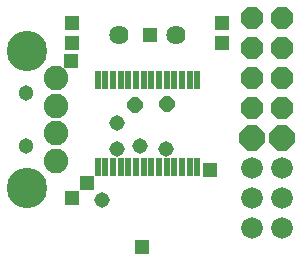
<source format=gbs>
G75*
%MOIN*%
%OFA0B0*%
%FSLAX25Y25*%
%IPPOS*%
%LPD*%
%AMOC8*
5,1,8,0,0,1.08239X$1,22.5*
%
%ADD10R,0.04737X0.05131*%
%ADD11C,0.07200*%
%ADD12OC8,0.07400*%
%ADD13C,0.08200*%
%ADD14C,0.13461*%
%ADD15C,0.05131*%
%ADD16R,0.02170X0.06300*%
%ADD17C,0.06400*%
%ADD18OC8,0.08400*%
%ADD19OC8,0.05162*%
%ADD20C,0.05162*%
%ADD21R,0.05162X0.05162*%
D10*
X0086479Y0078454D03*
X0086479Y0085146D03*
X0136479Y0085146D03*
X0136479Y0078454D03*
D11*
X0146479Y0036800D03*
X0156479Y0036800D03*
X0156479Y0026800D03*
X0146479Y0026800D03*
X0146479Y0016800D03*
X0156479Y0016800D03*
D12*
X0156479Y0056800D03*
X0146479Y0056800D03*
X0146479Y0066800D03*
X0156479Y0066800D03*
X0156479Y0076800D03*
X0146479Y0076800D03*
X0146479Y0086800D03*
X0156479Y0086800D03*
D13*
X0080928Y0066800D03*
X0080928Y0057457D03*
X0080928Y0048583D03*
X0080928Y0039241D03*
D14*
X0071479Y0030186D03*
X0071479Y0075855D03*
D15*
X0071085Y0061879D03*
X0071085Y0044162D03*
D16*
X0094845Y0037406D03*
X0097404Y0037406D03*
X0099963Y0037406D03*
X0102522Y0037406D03*
X0105081Y0037406D03*
X0107640Y0037406D03*
X0110199Y0037406D03*
X0112758Y0037406D03*
X0115317Y0037406D03*
X0117876Y0037406D03*
X0120435Y0037406D03*
X0122994Y0037406D03*
X0125554Y0037406D03*
X0128113Y0037406D03*
X0128113Y0066194D03*
X0125554Y0066194D03*
X0122994Y0066194D03*
X0120435Y0066194D03*
X0117876Y0066194D03*
X0115317Y0066194D03*
X0112758Y0066194D03*
X0110199Y0066194D03*
X0107640Y0066194D03*
X0105081Y0066194D03*
X0102522Y0066194D03*
X0099963Y0066194D03*
X0097404Y0066194D03*
X0094845Y0066194D03*
D17*
X0101979Y0081300D03*
X0120979Y0081300D03*
D18*
X0146479Y0046800D03*
X0156479Y0046800D03*
D19*
X0118079Y0058200D03*
X0107479Y0057800D03*
D20*
X0101479Y0051800D03*
X0109079Y0044400D03*
X0101279Y0043400D03*
X0117679Y0043200D03*
X0096479Y0026400D03*
D21*
X0091479Y0031800D03*
X0086479Y0026800D03*
X0109679Y0010600D03*
X0132279Y0036200D03*
X0086079Y0072600D03*
X0112479Y0081200D03*
M02*

</source>
